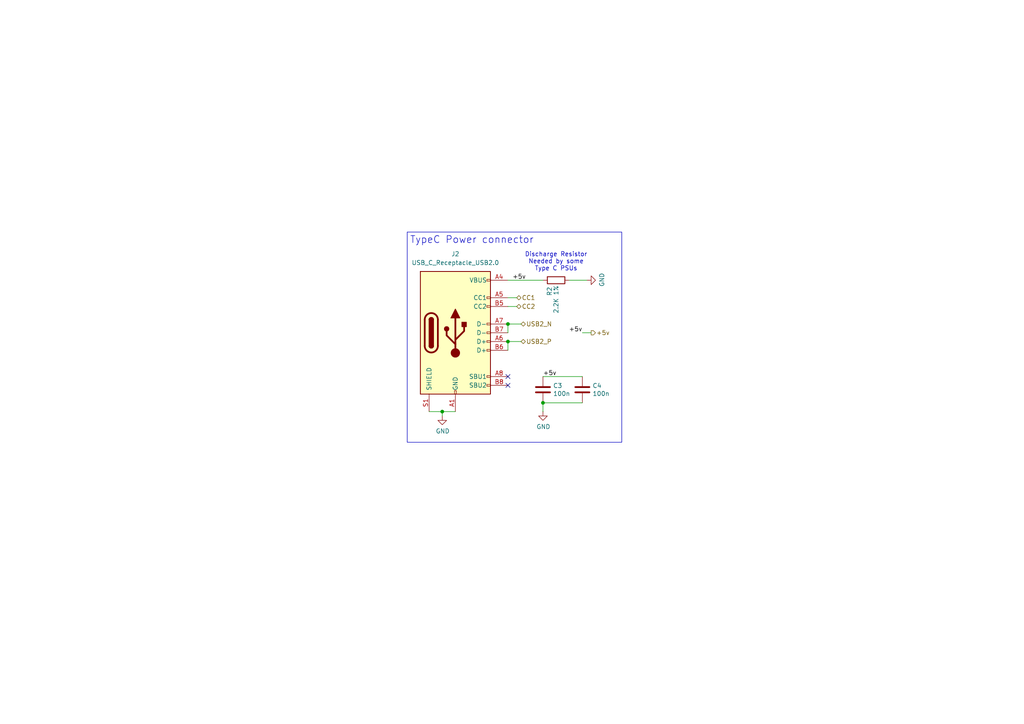
<source format=kicad_sch>
(kicad_sch (version 20231120) (generator "eeschema") (generator_version "8.0")
  (paper "A4")
  (lib_symbols
    (symbol "Connector:USB_C_Receptacle_USB2.0_16P" (pin_names (offset 1.016))
      (property "Reference" "J" (at 0 22.225 0))
      (property "Value" "USB_C_Receptacle_USB2.0_16P" (at 0 19.685 0))
      (symbol "USB_C_Receptacle_USB2.0_16P_0_0"
        (rectangle (start -0.254 -17.78) (end 0.254 -16.764))
        (rectangle (start 10.16 -14.986) (end 9.144 -15.494))
        (rectangle (start 10.16 -12.446) (end 9.144 -12.954))
        (rectangle (start 10.16 -4.826) (end 9.144 -5.334))
        (rectangle (start 10.16 -2.286) (end 9.144 -2.794))
        (rectangle (start 10.16 0.254) (end 9.144 -0.254))
        (rectangle (start 10.16 2.794) (end 9.144 2.286))
        (rectangle (start 10.16 7.874) (end 9.144 7.366))
        (rectangle (start 10.16 10.414) (end 9.144 9.906))
        (rectangle (start 10.16 15.494) (end 9.144 14.986))
      )
      (symbol "USB_C_Receptacle_USB2.0_16P_0_1"
        (rectangle (start -10.16 17.78) (end 10.16 -17.78) (stroke (width 0.254)) (fill (type background)))
        (arc (start -8.89 -3.81) (mid -6.985 -5.7067) (end -5.08 -3.81) (stroke (width 0.508)))
        (arc (start -7.62 -3.81) (mid -6.985 -4.4423) (end -6.35 -3.81) (stroke (width 0.254)))
        (arc (start -7.62 -3.81) (mid -6.985 -4.4423) (end -6.35 -3.81) (stroke (width 0.254)) (fill (type outline)))
        (rectangle (start -7.62 -3.81) (end -6.35 3.81) (stroke (width 0.254)) (fill (type outline)))
        (arc (start -6.35 3.81) (mid -6.985 4.4423) (end -7.62 3.81) (stroke (width 0.254)))
        (arc (start -6.35 3.81) (mid -6.985 4.4423) (end -7.62 3.81) (stroke (width 0.254)) (fill (type outline)))
        (arc (start -5.08 3.81) (mid -6.985 5.7067) (end -8.89 3.81) (stroke (width 0.508)))
        (circle (center -2.54 1.143) (radius 0.635) (stroke (width 0.254)) (fill (type outline)))
        (circle (center 0 -5.842) (radius 1.27) (fill (type outline)))
        (polyline (pts (xy -8.89 -3.81) (xy -8.89 3.81)) (stroke (width 0.508)))
        (polyline (pts (xy -5.08 3.81) (xy -5.08 -3.81)) (stroke (width 0.508)))
        (polyline (pts (xy 0 -5.842) (xy 0 4.318)) (stroke (width 0.508)))
        (polyline (pts (xy 0 -3.302) (xy -2.54 -0.762) (xy -2.54 0.508)) (stroke (width 0.508)))
        (polyline (pts (xy 0 -2.032) (xy 2.54 0.508) (xy 2.54 1.778)) (stroke (width 0.508)))
        (polyline (pts (xy -1.27 4.318) (xy 0 6.858) (xy 1.27 4.318) (xy -1.27 4.318)) (stroke (width 0.254)) (fill (type outline)))
        (rectangle (start 1.905 1.778) (end 3.175 3.048) (stroke (width 0.254)) (fill (type outline)))
      )
      (symbol "USB_C_Receptacle_USB2.0_16P_1_1"
        (pin passive line (at 0 -22.86 90) (length 5.08) (name "GND") (number "A1"))
        (pin passive line (at 0 -22.86 90) (length 5.08) hide (name "GND") (number "A12"))
        (pin passive line (at 15.24 15.24 180) (length 5.08) (name "VBUS") (number "A4"))
        (pin bidirectional line (at 15.24 10.16 180) (length 5.08) (name "CC1") (number "A5"))
        (pin bidirectional line (at 15.24 -2.54 180) (length 5.08) (name "D+") (number "A6"))
        (pin bidirectional line (at 15.24 2.54 180) (length 5.08) (name "D-") (number "A7"))
        (pin bidirectional line (at 15.24 -12.7 180) (length 5.08) (name "SBU1") (number "A8"))
        (pin passive line (at 15.24 15.24 180) (length 5.08) hide (name "VBUS") (number "A9"))
        (pin passive line (at 0 -22.86 90) (length 5.08) hide (name "GND") (number "B1"))
        (pin passive line (at 0 -22.86 90) (length 5.08) hide (name "GND") (number "B12"))
        (pin passive line (at 15.24 15.24 180) (length 5.08) hide (name "VBUS") (number "B4"))
        (pin bidirectional line (at 15.24 7.62 180) (length 5.08) (name "CC2") (number "B5"))
        (pin bidirectional line (at 15.24 -5.08 180) (length 5.08) (name "D+") (number "B6"))
        (pin bidirectional line (at 15.24 0 180) (length 5.08) (name "D-") (number "B7"))
        (pin bidirectional line (at 15.24 -15.24 180) (length 5.08) (name "SBU2") (number "B8"))
        (pin passive line (at 15.24 15.24 180) (length 5.08) hide (name "VBUS") (number "B9"))
        (pin passive line (at -7.62 -22.86 90) (length 5.08) (name "SHIELD") (number "S1"))
      )
    )
    (symbol "Device:C" (pin_numbers hide) (pin_names (offset 0.254))
      (property "Reference" "C" (at 0.635 2.54 0))
      (property "Value" "C" (at 0.635 -2.54 0))
      (symbol "C_0_1"
        (polyline (pts (xy -2.032 -0.762) (xy 2.032 -0.762)) (stroke (width 0.508)))
        (polyline (pts (xy -2.032 0.762) (xy 2.032 0.762)) (stroke (width 0.508)))
      )
      (symbol "C_1_1"
        (pin passive line (at 0 3.81 270) (length 2.794) (name "~") (number "1"))
        (pin passive line (at 0 -3.81 90) (length 2.794) (name "~") (number "2"))
      )
    )
    (symbol "Device:R" (pin_numbers hide) (pin_names (offset 0))
      (property "Reference" "R" (at 2.032 0 90))
      (property "Value" "R" (at 0 0 90))
      (symbol "R_0_1"
        (rectangle (start -1.016 -2.54) (end 1.016 2.54) (stroke (width 0.254)))
      )
      (symbol "R_1_1"
        (pin passive line (at 0 3.81 270) (length 1.27) (name "~") (number "1"))
        (pin passive line (at 0 -3.81 90) (length 1.27) (name "~") (number "2"))
      )
    )
    (symbol "power:GND" (power) (pin_numbers hide) (pin_names (offset 0) hide)
      (property "Value" "GND" (at 0 -3.81 0))
      (symbol "GND_0_1"
        (polyline (pts (xy 0 0) (xy 0 -1.27) (xy 1.27 -1.27) (xy 0 -2.54) (xy -1.27 -1.27) (xy 0 -1.27)))
      )
      (symbol "GND_1_1"
        (pin power_in line (at 0 0 270) (length 0) (name "~") (number "1"))
      )
    )
  )
  (junction (at 147.32 93.98))
  (junction (at 157.48 116.84))
  (junction (at 147.32 99.06))
  (junction (at 128.27 119.38))
  (no_connect (at 147.32 109.22))
  (no_connect (at 147.32 111.76))
  (wire (pts (xy 157.48 109.22) (xy 168.91 109.22)))
  (wire (pts (xy 157.48 116.84) (xy 157.48 119.38)))
  (wire (pts (xy 151.13 99.06) (xy 147.32 99.06)))
  (wire (pts (xy 147.32 86.36) (xy 149.86 86.36)))
  (wire (pts (xy 124.46 119.38) (xy 128.27 119.38)))
  (wire (pts (xy 147.32 99.06) (xy 147.32 101.6)))
  (wire (pts (xy 165.1 81.28) (xy 170.18 81.28)))
  (wire (pts (xy 128.27 119.38) (xy 132.08 119.38)))
  (wire (pts (xy 147.32 93.98) (xy 147.32 96.52)))
  (wire (pts (xy 128.27 120.65) (xy 128.27 119.38)))
  (wire (pts (xy 157.48 116.84) (xy 168.91 116.84)))
  (wire (pts (xy 168.91 96.52) (xy 171.45 96.52)))
  (wire (pts (xy 147.32 81.28) (xy 157.48 81.28)))
  (wire (pts (xy 151.13 93.98) (xy 147.32 93.98)))
  (wire (pts (xy 147.32 88.9) (xy 149.86 88.9)))
  (rectangle (start 118.11 67.31) (end 180.34 128.27))
  (text "Discharge Resistor\nNeeded by some\nType C PSUs" (at 161.29 75.946 0) (effects (font (size 1.27 1.27))))
  (text "TypeC Power connector" (at 118.872 70.866 0) (effects (font (size 2.032 2.032)) (justify left bottom)))
  (label "+5v" (at 168.91 96.52 180))
  (label "+5v" (at 157.48 109.22 0))
  (label "+5v" (at 148.59 81.28 0))
  (hierarchical_label "+5v" (shape output) (at 171.45 96.52 0))
  (hierarchical_label "USB2_P" (shape bidirectional) (at 151.13 99.06 0))
  (hierarchical_label "USB2_N" (shape bidirectional) (at 151.13 93.98 0))
  (hierarchical_label "CC1" (shape bidirectional) (at 149.86 86.36 0))
  (hierarchical_label "CC2" (shape bidirectional) (at 149.86 88.9 0))
  (symbol (lib_id "power:GND") (at 170.18 81.28 90) (unit 1)
    (property "Reference" "#PWR06" (effects (hide yes)))
    (property "Value" "GND" (at 174.5742 81.153 0))
    (property "Description" "Power symbol creates a global label with name \"GND\" , ground" (effects (hide yes)))
  )
  (symbol (lib_id "power:GND") (at 128.27 120.65 0) (unit 1)
    (property "Reference" "#PWR04" (effects (hide yes)))
    (property "Value" "GND" (at 128.397 125.0442 0))
    (property "Description" "Power symbol creates a global label with name \"GND\" , ground" (effects (hide yes)))
  )
  (symbol (lib_id "Device:C") (at 168.91 113.03 0) (unit 1)
    (property "Reference" "C4" (at 171.831 111.8616 0) (effects (justify left)))
    (property "Value" "100n" (at 171.831 114.173 0) (effects (justify left)))
    (property "Footprint" "Capacitor_SMD:C_0402_1005Metric" (effects (hide yes)))
    (property "Datasheet" "https://search.murata.co.jp/Ceramy/image/img/A01X/G101/ENG/GRM155R71C104KA88-01.pdf" (effects (hide yes)))
    (property "Field4" "Farnell" (effects (hide yes)))
    (property "Field5" "2611911" (effects (hide yes)))
    (property "Field6" "RM EMK105 B7104KV-F" (effects (hide yes)))
    (property "Field7" "TAIYO YUDEN EUROPE GMBH" (effects (hide yes)))
    (property "Field8" "110091611" (effects (hide yes)))
    (property "Part Description" "	0.1uF 10% 16V Ceramic Capacitor X7R 0402 (1005 Metric)" (effects (hide yes)))
  )
  (symbol (lib_id "Device:R") (at 161.29 81.28 90) (unit 1)
    (property "Reference" "R2" (at 159.385 85.852 0) (effects (justify left)))
    (property "Value" "2.2K 1%" (at 161.29 90.932 0) (effects (justify left)))
    (property "Footprint" "Resistor_SMD:R_0402_1005Metric" (effects (hide yes)))
    (property "Datasheet" "https://fscdn.rohm.com/en/products/databook/datasheet/passive/resistor/chip_resistor/mcr-e.pdf" (effects (hide yes)))
    (property "Field4" "Farnell" (effects (hide yes)))
    (property "Part Description" "Resistor 2.2K M1005 1% 63mW" (effects (hide yes)))
  )
  (symbol (lib_id "Connector:USB_C_Receptacle_USB2.0_16P") (at 132.08 96.52 0) (unit 1)
    (property "Reference" "J2" (at 132.08 73.66 0))
    (property "Value" "USB_C_Receptacle_USB2.0" (at 132.08 76.2 0))
    (property "Footprint" "Connector_USB:USB_C_Receptacle_GCT_USB4105-xx-A_16P_TopMnt_Horizontal" (effects (hide yes)))
    (property "Datasheet" "https://www.usb.org/sites/default/files/documents/usb_type-c.zip" (effects (hide yes)))
    (property "Field5" "USBF31-0171" (effects (hide yes)))
    (property "Field6" "USBF31-0171" (effects (hide yes)))
    (property "Field7" "MTCONN" (effects (hide yes)))
    (property "Part Description" "USBC USB2 data and power connector" (effects (hide yes)))
  )
  (symbol (lib_id "power:GND") (at 157.48 119.38 0) (unit 1)
    (property "Reference" "#PWR05" (effects (hide yes)))
    (property "Value" "GND" (at 157.607 123.7742 0))
    (property "Description" "Power symbol creates a global label with name \"GND\" , ground" (effects (hide yes)))
  )
  (symbol (lib_id "Device:C") (at 157.48 113.03 0) (unit 1)
    (property "Reference" "C3" (at 160.401 111.8616 0) (effects (justify left)))
    (property "Value" "100n" (at 160.401 114.173 0) (effects (justify left)))
    (property "Footprint" "Capacitor_SMD:C_0402_1005Metric" (effects (hide yes)))
    (property "Datasheet" "https://search.murata.co.jp/Ceramy/image/img/A01X/G101/ENG/GRM155R71C104KA88-01.pdf" (effects (hide yes)))
    (property "Field4" "Farnell" (effects (hide yes)))
    (property "Field5" "2611911" (effects (hide yes)))
    (property "Field6" "RM EMK105 B7104KV-F" (effects (hide yes)))
    (property "Field7" "TAIYO YUDEN EUROPE GMBH" (effects (hide yes)))
    (property "Field8" "110091611" (effects (hide yes)))
    (property "Part Description" "	0.1uF 10% 16V Ceramic Capacitor X7R 0402 (1005 Metric)" (effects (hide yes)))
  )
)
</source>
